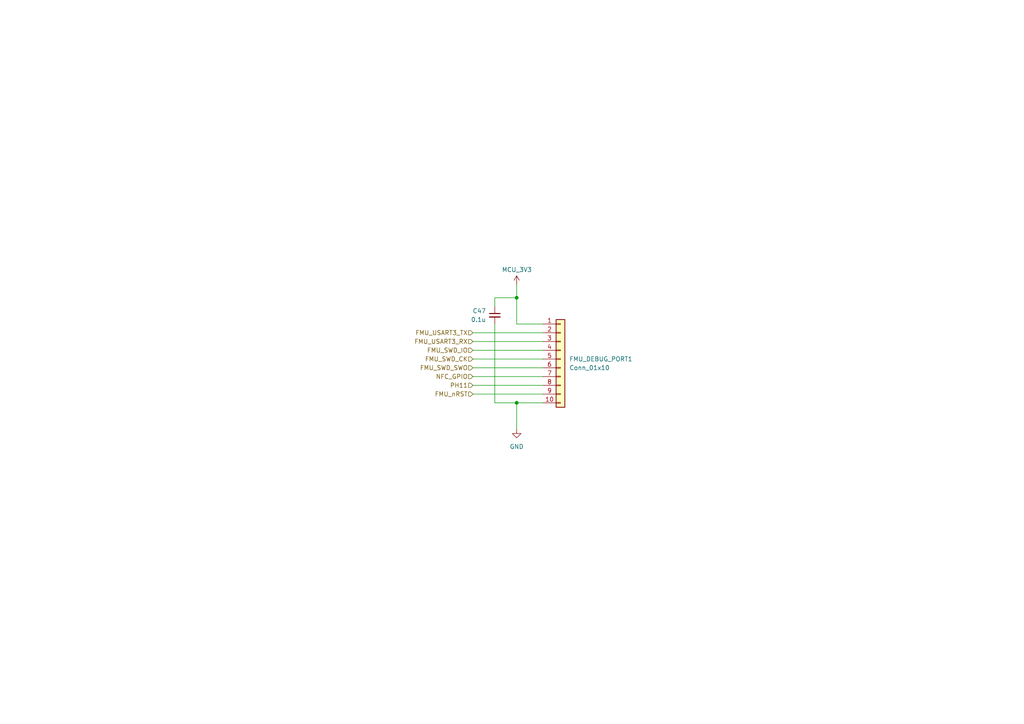
<source format=kicad_sch>
(kicad_sch (version 20231120) (generator "eeschema") (generator_version "8.0")
  (paper "A4")
  (lib_symbols
    (symbol "Connector_Generic:Conn_01x10" (pin_names (offset 1.016) hide)
      (property "Reference" "J" (at 0 12.7 0))
      (property "Value" "Conn_01x10" (at 0 -15.24 0))
      (symbol "Conn_01x10_1_1"
        (rectangle (start -1.27 -12.573) (end 0 -12.827) (stroke (width 0.1524)))
        (rectangle (start -1.27 -10.033) (end 0 -10.287) (stroke (width 0.1524)))
        (rectangle (start -1.27 -7.493) (end 0 -7.747) (stroke (width 0.1524)))
        (rectangle (start -1.27 -4.953) (end 0 -5.207) (stroke (width 0.1524)))
        (rectangle (start -1.27 -2.413) (end 0 -2.667) (stroke (width 0.1524)))
        (rectangle (start -1.27 0.127) (end 0 -0.127) (stroke (width 0.1524)))
        (rectangle (start -1.27 2.667) (end 0 2.413) (stroke (width 0.1524)))
        (rectangle (start -1.27 5.207) (end 0 4.953) (stroke (width 0.1524)))
        (rectangle (start -1.27 7.747) (end 0 7.493) (stroke (width 0.1524)))
        (rectangle (start -1.27 10.287) (end 0 10.033) (stroke (width 0.1524)))
        (rectangle (start -1.27 11.43) (end 1.27 -13.97) (stroke (width 0.254)) (fill (type background)))
        (pin passive line (at -5.08 10.16 0) (length 3.81) (name "Pin_1") (number "1"))
        (pin passive line (at -5.08 -12.7 0) (length 3.81) (name "Pin_10") (number "10"))
        (pin passive line (at -5.08 7.62 0) (length 3.81) (name "Pin_2") (number "2"))
        (pin passive line (at -5.08 5.08 0) (length 3.81) (name "Pin_3") (number "3"))
        (pin passive line (at -5.08 2.54 0) (length 3.81) (name "Pin_4") (number "4"))
        (pin passive line (at -5.08 0 0) (length 3.81) (name "Pin_5") (number "5"))
        (pin passive line (at -5.08 -2.54 0) (length 3.81) (name "Pin_6") (number "6"))
        (pin passive line (at -5.08 -5.08 0) (length 3.81) (name "Pin_7") (number "7"))
        (pin passive line (at -5.08 -7.62 0) (length 3.81) (name "Pin_8") (number "8"))
        (pin passive line (at -5.08 -10.16 0) (length 3.81) (name "Pin_9") (number "9"))
      )
    )
    (symbol "Device:C_Small" (pin_numbers hide) (pin_names (offset 0.254) hide)
      (property "Reference" "C" (at 0.254 1.778 0))
      (property "Value" "C_Small" (at 0.254 -2.032 0))
      (symbol "C_Small_0_1"
        (polyline (pts (xy -1.524 -0.508) (xy 1.524 -0.508)) (stroke (width 0.3302)))
        (polyline (pts (xy -1.524 0.508) (xy 1.524 0.508)) (stroke (width 0.3048)))
      )
      (symbol "C_Small_1_1"
        (pin passive line (at 0 2.54 270) (length 2.032) (name "~") (number "1"))
        (pin passive line (at 0 -2.54 90) (length 2.032) (name "~") (number "2"))
      )
    )
    (symbol "power:+3.3V" (power) (pin_numbers hide) (pin_names (offset 0) hide)
      (property "Value" "+3.3V" (at 0 3.556 0))
      (symbol "+3.3V_0_1"
        (polyline (pts (xy -0.762 1.27) (xy 0 2.54)))
        (polyline (pts (xy 0 0) (xy 0 2.54)))
        (polyline (pts (xy 0 2.54) (xy 0.762 1.27)))
      )
      (symbol "+3.3V_1_1"
        (pin power_in line (at 0 0 90) (length 0) (name "~") (number "1"))
      )
    )
    (symbol "power:GND" (power) (pin_numbers hide) (pin_names (offset 0) hide)
      (property "Value" "GND" (at 0 -3.81 0))
      (symbol "GND_0_1"
        (polyline (pts (xy 0 0) (xy 0 -1.27) (xy 1.27 -1.27) (xy 0 -2.54) (xy -1.27 -1.27) (xy 0 -1.27)))
      )
      (symbol "GND_1_1"
        (pin power_in line (at 0 0 270) (length 0) (name "~") (number "1"))
      )
    )
  )
  (junction (at 149.86 116.84))
  (junction (at 149.86 86.36))
  (wire (pts (xy 149.86 82.55) (xy 149.86 86.36)))
  (wire (pts (xy 137.16 109.22) (xy 157.48 109.22)))
  (wire (pts (xy 137.16 101.6) (xy 157.48 101.6)))
  (wire (pts (xy 137.16 114.3) (xy 157.48 114.3)))
  (wire (pts (xy 149.86 93.98) (xy 149.86 86.36)))
  (wire (pts (xy 137.16 96.52) (xy 157.48 96.52)))
  (wire (pts (xy 143.51 93.98) (xy 143.51 116.84)))
  (wire (pts (xy 143.51 88.9) (xy 143.51 86.36)))
  (wire (pts (xy 143.51 86.36) (xy 149.86 86.36)))
  (wire (pts (xy 143.51 116.84) (xy 149.86 116.84)))
  (wire (pts (xy 149.86 93.98) (xy 157.48 93.98)))
  (wire (pts (xy 149.86 116.84) (xy 149.86 124.46)))
  (wire (pts (xy 137.16 104.14) (xy 157.48 104.14)))
  (wire (pts (xy 137.16 106.68) (xy 157.48 106.68)))
  (wire (pts (xy 137.16 111.76) (xy 157.48 111.76)))
  (wire (pts (xy 149.86 116.84) (xy 157.48 116.84)))
  (wire (pts (xy 137.16 99.06) (xy 157.48 99.06)))
  (hierarchical_label "PH11" (shape input) (at 137.16 111.76 180))
  (hierarchical_label "FMU_USART3_RX" (shape input) (at 137.16 99.06 180))
  (hierarchical_label "FMU_USART3_TX" (shape input) (at 137.16 96.52 180))
  (hierarchical_label "FMU_SWD_IO" (shape input) (at 137.16 101.6 180))
  (hierarchical_label "NFC_GPIO" (shape input) (at 137.16 109.22 180))
  (hierarchical_label "FMU_SWD_CK" (shape input) (at 137.16 104.14 180))
  (hierarchical_label "FMU_nRST" (shape input) (at 137.16 114.3 180))
  (hierarchical_label "FMU_SWD_SWO" (shape input) (at 137.16 106.68 180))
  (symbol (lib_id "power:+3.3V") (at 149.86 82.55 0) (unit 1)
    (property "Reference" "#PWR0104" (effects (hide yes)))
    (property "Value" "MCU_3V3" (at 145.542 78.232 0) (effects (justify left)))
    (property "Description" "Power symbol creates a global label with name \"+3.3V\"" (effects (hide yes)))
  )
  (symbol (lib_id "Device:C_Small") (at 143.51 91.44 0) (unit 1)
    (property "Reference" "C47" (at 140.97 90.1762 0) (effects (justify right)))
    (property "Value" "0.1u" (at 140.97 92.7162 0) (effects (justify right)))
    (property "Footprint" "Capacitor_SMD:C_0402_1005Metric_Pad0.74x0.62mm_HandSolder" (effects (hide yes)))
    (property "Description" "Unpolarized capacitor, small symbol" (effects (hide yes)))
  )
  (symbol (lib_id "Connector_Generic:Conn_01x10") (at 162.56 104.14 0) (unit 1)
    (property "Reference" "FMU_DEBUG_PORT1" (at 165.1 104.1399 0) (effects (justify left)))
    (property "Value" "Conn_01x10" (at 165.1 106.6799 0) (effects (justify left)))
    (property "Footprint" "Connector_JST:JST_SH_SM10B-SRSS-TB_1x10-1MP_P1.00mm_Horizontal" (effects (hide yes)))
    (property "Description" "Generic connector, single row, 01x10, script generated (kicad-library-utils/schlib/autogen/connector/)" (effects (hide yes)))
  )
  (symbol (lib_id "power:GND") (at 149.86 124.46 0) (unit 1)
    (property "Reference" "#PWR0105" (effects (hide yes)))
    (property "Value" "GND" (at 149.86 129.54 0))
    (property "Description" "Power symbol creates a global label with name \"GND\" , ground" (effects (hide yes)))
  )
)
</source>
